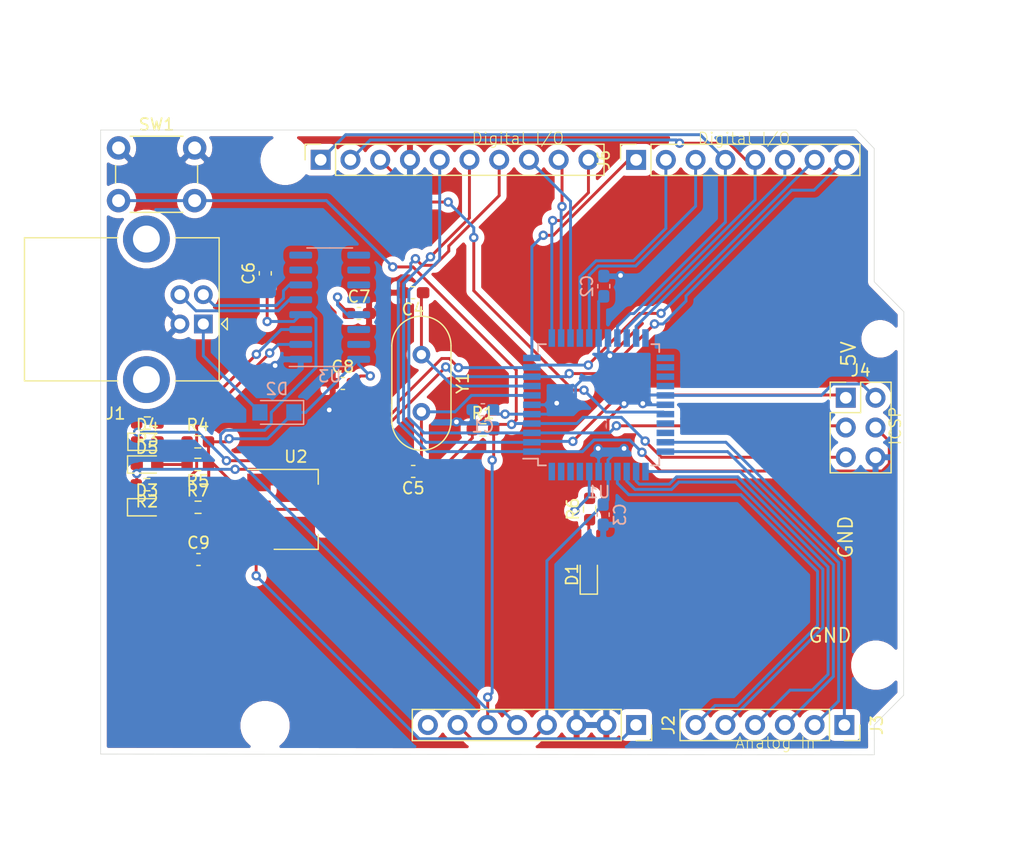
<source format=kicad_pcb>
(kicad_pcb (version 20171130) (host pcbnew "(5.1.9-0-10_14)")
  (layers (0 F.Cu signal) (31 B.Cu signal) (34 B.Paste user) (35 F.Paste user) (36 B.SilkS user) (37 F.SilkS user) (38 B.Mask user) (39 F.Mask user) (44 Edge.Cuts user))
  (net 0 "")
  (net 1 VCC)
  (net 2 GND)
  (net 3 "Net-(C4-Pad1)")
  (net 4 "Net-(C5-Pad1)")
  (net 5 +3V3)
  (net 6 "Net-(C7-Pad1)")
  (net 7 "Net-(D1-Pad2)")
  (net 8 "Net-(D2-Pad2)")
  (net 9 "Net-(D3-Pad2)")
  (net 10 "Net-(D4-Pad2)")
  (net 11 /SERIAL_TX)
  (net 12 "Net-(D5-Pad2)")
  (net 13 /SERIAL_RX)
  (net 14 "Net-(J1-Pad5)")
  (net 15 /D+)
  (net 16 /D-)
  (net 17 "Net-(J2-Pad8)")
  (net 18 /nRESET)
  (net 19 /VIN)
  (net 20 /A0)
  (net 21 /A1)
  (net 22 /A2)
  (net 23 /A3)
  (net 24 /A4)
  (net 25 /A5)
  (net 26 /5)
  (net 27 /7)
  (net 28 /6)
  (net 29 /11)
  (net 30 /12)
  (net 31 /13)
  (net 32 /AREF)
  (net 33 /17)
  (net 34 /16)
  (net 35 /18)
  (net 36 /15)
  (net 37 /14)
  (net 38 /10)
  (net 39 "Net-(R2-Pad1)")
  (net 40 "Net-(R3-Pad1)")
  (net 41 /0)
  (net 42 /4)
  (net 43 /3)
  (net 44 /2)
  (net 45 /1)
  (net 46 /A6)
  (net 47 /A7)
  (net 48 /23)
  (net 49 /22)
  (net 50 /21)
  (net 51 /20)
  (net 52 /19)
  (net 53 "Net-(U3-Pad15)")
  (net 54 "Net-(U3-Pad14)")
  (net 55 "Net-(U3-Pad12)")
  (net 56 "Net-(U3-Pad11)")
  (net 57 "Net-(U3-Pad10)")
  (net 58 "Net-(U3-Pad9)")
  (net 59 "Net-(U3-Pad8)")
  (net 60 "Net-(U3-Pad7)")
  (module "" (layer F.Cu) (at 222.0892 92.8593)
    (fp_text reference @HOLE0 hide)
    (fp_text value "" (at 0 0) (layer F.SilkS) (effects (font (size 1.27 1.27))))
    (pad "" np_thru_hole circle (at 0 0) (size 3.2 3.2) (drill 3.2) (layers *.Cu *.Mask))
  )
  (module "" (layer F.Cu) (at 222.4592 64.9993)
    (fp_text reference @HOLE1 hide)
    (fp_text value "" (at 0 0) (layer F.SilkS) (effects (font (size 1.27 1.27))))
    (pad "" np_thru_hole circle (at 0 0) (size 2.2 2.2) (drill 2.2) (layers *.Cu *.Mask))
  )
  (module "" (layer F.Cu) (at 171.6592 49.7593)
    (fp_text reference @HOLE0 hide)
    (fp_text value "" (at 0 0) (layer F.SilkS) (effects (font (size 1.27 1.27))))
    (pad "" np_thru_hole circle (at 0 0) (size 3.2 3.2) (drill 3.2) (layers *.Cu *.Mask))
  )
  (module "" (layer F.Cu) (at 169.9392 98.0193)
    (fp_text reference @HOLE0 hide)
    (fp_text value "" (at 0 0) (layer F.SilkS) (effects (font (size 1.27 1.27))))
    (pad "" np_thru_hole circle (at 0 0) (size 3.2 3.2) (drill 3.2) (layers *.Cu *.Mask))
  )
  (module Crystal:Crystal_HC49-4H_Vertical (layer F.Cu) (at 183.29 66.35 270)
    (fp_text reference Y1 (at 2.44 -3.525 90) (layer F.SilkS))
    (fp_text value 16MHz)
    (pad 2 thru_hole circle (at 4.88 0 270) (size 1.5 1.5) (drill 0.8) (layers *.Cu *.Mask) (net 4 "Net-(C5-Pad1)"))
    (pad 1 thru_hole circle (at 0 0 270) (size 1.5 1.5) (drill 0.8) (layers *.Cu *.Mask) (net 3 "Net-(C4-Pad1)"))
  )
  (module Package_SO:SOIC-16_3.9x9.9mm_P1.27mm (layer B.Cu) (at 175.46 62.3)
    (fp_text reference U3 (at 0 5.9) (layer B.SilkS) (effects (justify mirror)))
    (fp_text value CH340C)
    (pad 16 smd roundrect (at 2.475 4.445) (size 1.95 0.6) (layers B.Cu B.Paste B.Mask) (net 1 VCC))
    (pad 15 smd roundrect (at 2.475 3.175) (size 1.95 0.6) (layers B.Cu B.Paste B.Mask) (net 53 "Net-(U3-Pad15)"))
    (pad 14 smd roundrect (at 2.475 1.905) (size 1.95 0.6) (layers B.Cu B.Paste B.Mask) (net 54 "Net-(U3-Pad14)"))
    (pad 13 smd roundrect (at 2.475 0.635) (size 1.95 0.6) (layers B.Cu B.Paste B.Mask) (net 6 "Net-(C7-Pad1)"))
    (pad 12 smd roundrect (at 2.475 -0.635) (size 1.95 0.6) (layers B.Cu B.Paste B.Mask) (net 55 "Net-(U3-Pad12)"))
    (pad 11 smd roundrect (at 2.475 -1.905) (size 1.95 0.6) (layers B.Cu B.Paste B.Mask) (net 56 "Net-(U3-Pad11)"))
    (pad 10 smd roundrect (at 2.475 -3.175) (size 1.95 0.6) (layers B.Cu B.Paste B.Mask) (net 57 "Net-(U3-Pad10)"))
    (pad 9 smd roundrect (at 2.475 -4.445) (size 1.95 0.6) (layers B.Cu B.Paste B.Mask) (net 58 "Net-(U3-Pad9)"))
    (pad 8 smd roundrect (at -2.475 -4.445) (size 1.95 0.6) (layers B.Cu B.Paste B.Mask) (net 59 "Net-(U3-Pad8)"))
    (pad 7 smd roundrect (at -2.475 -3.175) (size 1.95 0.6) (layers B.Cu B.Paste B.Mask) (net 60 "Net-(U3-Pad7)"))
    (pad 6 smd roundrect (at -2.475 -1.905) (size 1.95 0.6) (layers B.Cu B.Paste B.Mask) (net 16 /D-))
    (pad 5 smd roundrect (at -2.475 -0.635) (size 1.95 0.6) (layers B.Cu B.Paste B.Mask) (net 15 /D+))
    (pad 4 smd roundrect (at -2.475 0.635) (size 1.95 0.6) (layers B.Cu B.Paste B.Mask) (net 5 +3V3))
    (pad 3 smd roundrect (at -2.475 1.905) (size 1.95 0.6) (layers B.Cu B.Paste B.Mask) (net 40 "Net-(R3-Pad1)"))
    (pad 2 smd roundrect (at -2.475 3.175) (size 1.95 0.6) (layers B.Cu B.Paste B.Mask) (net 39 "Net-(R2-Pad1)"))
    (pad 1 smd roundrect (at -2.475 4.445) (size 1.95 0.6) (layers B.Cu B.Paste B.Mask) (net 2 GND))
  )
  (module Package_TO_SOT_SMD:SOT-223-3_TabPin2 (layer F.Cu) (at 172.57 79.56)
    (fp_text reference U2 (at 0 -4.5) (layer F.SilkS))
    (fp_text value AMS1117)
    (pad 1 smd rect (at -3.15 -2.3) (size 2 1.5) (layers F.Cu F.Paste F.Mask) (net 2 GND))
    (pad 3 smd rect (at -3.15 2.3) (size 2 1.5) (layers F.Cu F.Paste F.Mask) (net 19 /VIN))
    (pad 2 smd rect (at -3.15 0) (size 2 1.5) (layers F.Cu F.Paste F.Mask) (net 1 VCC))
    (pad 2 smd rect (at 3.15 0) (size 2 3.8) (layers F.Cu F.Paste F.Mask) (net 1 VCC))
  )
  (module Package_QFP:TQFP-44_10x10mm_P0.8mm (layer B.Cu) (at 198.42 70.63)
    (fp_text reference U1 (at 0 7.45) (layer B.SilkS) (effects (justify mirror)))
    (fp_text value ATmega1284P-AU)
    (pad 44 smd rect (at -4 5.7 270) (size 1.5 0.55) (layers B.Cu B.Paste B.Mask) (net 42 /4))
    (pad 43 smd rect (at -3.2 5.7 270) (size 1.5 0.55) (layers B.Cu B.Paste B.Mask) (net 43 /3))
    (pad 42 smd rect (at -2.4 5.7 270) (size 1.5 0.55) (layers B.Cu B.Paste B.Mask) (net 44 /2))
    (pad 41 smd rect (at -1.6 5.7 270) (size 1.5 0.55) (layers B.Cu B.Paste B.Mask) (net 45 /1))
    (pad 40 smd rect (at -0.8 5.7 270) (size 1.5 0.55) (layers B.Cu B.Paste B.Mask) (net 41 /0))
    (pad 39 smd rect (at 0 5.7 270) (size 1.5 0.55) (layers B.Cu B.Paste B.Mask) (net 2 GND))
    (pad 38 smd rect (at 0.8 5.7 270) (size 1.5 0.55) (layers B.Cu B.Paste B.Mask) (net 1 VCC))
    (pad 37 smd rect (at 1.6 5.7 270) (size 1.5 0.55) (layers B.Cu B.Paste B.Mask) (net 20 /A0))
    (pad 36 smd rect (at 2.4 5.7 270) (size 1.5 0.55) (layers B.Cu B.Paste B.Mask) (net 21 /A1))
    (pad 35 smd rect (at 3.2 5.7 270) (size 1.5 0.55) (layers B.Cu B.Paste B.Mask) (net 22 /A2))
    (pad 34 smd rect (at 4 5.7 270) (size 1.5 0.55) (layers B.Cu B.Paste B.Mask) (net 23 /A3))
    (pad 33 smd rect (at 5.7 4) (size 1.5 0.55) (layers B.Cu B.Paste B.Mask) (net 24 /A4))
    (pad 32 smd rect (at 5.7 3.2) (size 1.5 0.55) (layers B.Cu B.Paste B.Mask) (net 25 /A5))
    (pad 31 smd rect (at 5.7 2.4) (size 1.5 0.55) (layers B.Cu B.Paste B.Mask) (net 46 /A6))
    (pad 30 smd rect (at 5.7 1.6) (size 1.5 0.55) (layers B.Cu B.Paste B.Mask) (net 47 /A7))
    (pad 29 smd rect (at 5.7 0.8) (size 1.5 0.55) (layers B.Cu B.Paste B.Mask) (net 32 /AREF))
    (pad 28 smd rect (at 5.7 0) (size 1.5 0.55) (layers B.Cu B.Paste B.Mask) (net 2 GND))
    (pad 27 smd rect (at 5.7 -0.8) (size 1.5 0.55) (layers B.Cu B.Paste B.Mask) (net 1 VCC))
    (pad 26 smd rect (at 5.7 -1.6) (size 1.5 0.55) (layers B.Cu B.Paste B.Mask) (net 48 /23))
    (pad 25 smd rect (at 5.7 -2.4) (size 1.5 0.55) (layers B.Cu B.Paste B.Mask) (net 49 /22))
    (pad 24 smd rect (at 5.7 -3.2) (size 1.5 0.55) (layers B.Cu B.Paste B.Mask) (net 50 /21))
    (pad 23 smd rect (at 5.7 -4) (size 1.5 0.55) (layers B.Cu B.Paste B.Mask) (net 51 /20))
    (pad 22 smd rect (at 4 -5.7 270) (size 1.5 0.55) (layers B.Cu B.Paste B.Mask) (net 52 /19))
    (pad 21 smd rect (at 3.2 -5.7 270) (size 1.5 0.55) (layers B.Cu B.Paste B.Mask) (net 35 /18))
    (pad 20 smd rect (at 2.4 -5.7 270) (size 1.5 0.55) (layers B.Cu B.Paste B.Mask) (net 33 /17))
    (pad 19 smd rect (at 1.6 -5.7 270) (size 1.5 0.55) (layers B.Cu B.Paste B.Mask) (net 34 /16))
    (pad 18 smd rect (at 0.8 -5.7 270) (size 1.5 0.55) (layers B.Cu B.Paste B.Mask) (net 2 GND))
    (pad 17 smd rect (at 0 -5.7 270) (size 1.5 0.55) (layers B.Cu B.Paste B.Mask) (net 1 VCC))
    (pad 16 smd rect (at -0.8 -5.7 270) (size 1.5 0.55) (layers B.Cu B.Paste B.Mask) (net 36 /15))
    (pad 15 smd rect (at -1.6 -5.7 270) (size 1.5 0.55) (layers B.Cu B.Paste B.Mask) (net 37 /14))
    (pad 14 smd rect (at -2.4 -5.7 270) (size 1.5 0.55) (layers B.Cu B.Paste B.Mask) (net 31 /13))
    (pad 13 smd rect (at -3.2 -5.7 270) (size 1.5 0.55) (layers B.Cu B.Paste B.Mask) (net 30 /12))
    (pad 12 smd rect (at -4 -5.7 270) (size 1.5 0.55) (layers B.Cu B.Paste B.Mask) (net 29 /11))
    (pad 11 smd rect (at -5.7 -4) (size 1.5 0.55) (layers B.Cu B.Paste B.Mask) (net 38 /10))
    (pad 10 smd rect (at -5.7 -3.2) (size 1.5 0.55) (layers B.Cu B.Paste B.Mask) (net 11 /SERIAL_TX))
    (pad 9 smd rect (at -5.7 -2.4) (size 1.5 0.55) (layers B.Cu B.Paste B.Mask) (net 13 /SERIAL_RX))
    (pad 8 smd rect (at -5.7 -1.6) (size 1.5 0.55) (layers B.Cu B.Paste B.Mask) (net 3 "Net-(C4-Pad1)"))
    (pad 7 smd rect (at -5.7 -0.8) (size 1.5 0.55) (layers B.Cu B.Paste B.Mask) (net 4 "Net-(C5-Pad1)"))
    (pad 6 smd rect (at -5.7 0) (size 1.5 0.55) (layers B.Cu B.Paste B.Mask) (net 2 GND))
    (pad 5 smd rect (at -5.7 0.8) (size 1.5 0.55) (layers B.Cu B.Paste B.Mask) (net 1 VCC))
    (pad 4 smd rect (at -5.7 1.6) (size 1.5 0.55) (layers B.Cu B.Paste B.Mask) (net 18 /nRESET))
    (pad 3 smd rect (at -5.7 2.4) (size 1.5 0.55) (layers B.Cu B.Paste B.Mask) (net 27 /7))
    (pad 2 smd rect (at -5.7 3.2) (size 1.5 0.55) (layers B.Cu B.Paste B.Mask) (net 28 /6))
    (pad 1 smd rect (at -5.7 4) (size 1.5 0.55) (layers B.Cu B.Paste B.Mask) (net 26 /5))
  )
  (module Button_Switch_THT:SW_PUSH_6mm (layer F.Cu) (at 157.43 48.7)
    (fp_text reference SW1 (at 3.25 -2) (layer F.SilkS))
    (fp_text value "SW_Push-6x6mm THT")
    (pad 1 thru_hole circle (at 6.5 0 90) (size 2 2) (drill 1.1) (layers *.Cu *.Mask) (net 2 GND))
    (pad 2 thru_hole circle (at 6.5 4.5 90) (size 2 2) (drill 1.1) (layers *.Cu *.Mask) (net 18 /nRESET))
    (pad 1 thru_hole circle (at 0 0 90) (size 2 2) (drill 1.1) (layers *.Cu *.Mask) (net 2 GND))
    (pad 2 thru_hole circle (at 0 4.5 90) (size 2 2) (drill 1.1) (layers *.Cu *.Mask) (net 18 /nRESET))
  )
  (module Resistor_SMD:R_0603_1608Metric_Pad0.98x0.95mm_HandSolder (layer F.Cu) (at 164.22 79.38)
    (fp_text reference R7 (at 0 -1.43) (layer F.SilkS))
    (fp_text value 1K)
    (pad 2 smd roundrect (at 0.9125 0) (size 0.975 0.95) (layers F.Cu F.Paste F.Mask) (net 1 VCC))
    (pad 1 smd roundrect (at -0.9125 0) (size 0.975 0.95) (layers F.Cu F.Paste F.Mask) (net 9 "Net-(D3-Pad2)"))
  )
  (module Resistor_SMD:R_0603_1608Metric_Pad0.98x0.95mm_HandSolder (layer F.Cu) (at 197.65 79.53 90)
    (fp_text reference R6 (at 0 -1.43 90) (layer F.SilkS))
    (fp_text value 1K)
    (pad 2 smd roundrect (at 0.9125 0 90) (size 0.975 0.95) (layers F.Cu F.Paste F.Mask) (net 41 /0))
    (pad 1 smd roundrect (at -0.9125 0 90) (size 0.975 0.95) (layers F.Cu F.Paste F.Mask) (net 7 "Net-(D1-Pad2)"))
  )
  (module Resistor_SMD:R_0603_1608Metric_Pad0.98x0.95mm_HandSolder (layer F.Cu) (at 164.2 75.72 180)
    (fp_text reference R5 (at 0 -1.43) (layer F.SilkS))
    (fp_text value 1K)
    (pad 2 smd roundrect (at 0.9125 0 180) (size 0.975 0.95) (layers F.Cu F.Paste F.Mask) (net 12 "Net-(D5-Pad2)"))
    (pad 1 smd roundrect (at -0.9125 0 180) (size 0.975 0.95) (layers F.Cu F.Paste F.Mask) (net 1 VCC))
  )
  (module Resistor_SMD:R_0603_1608Metric_Pad0.98x0.95mm_HandSolder (layer F.Cu) (at 164.1975 73.79)
    (fp_text reference R4 (at 0 -1.43) (layer F.SilkS))
    (fp_text value 1K)
    (pad 2 smd roundrect (at 0.9125 0) (size 0.975 0.95) (layers F.Cu F.Paste F.Mask) (net 1 VCC))
    (pad 1 smd roundrect (at -0.9125 0) (size 0.975 0.95) (layers F.Cu F.Paste F.Mask) (net 10 "Net-(D4-Pad2)"))
  )
  (module Resistor_SMD:R_0603_1608Metric_Pad0.98x0.95mm_HandSolder (layer F.Cu) (at 159.8875 72.19 180)
    (fp_text reference R3 (at 0 -1.43) (layer F.SilkS))
    (fp_text value 1K)
    (pad 2 smd roundrect (at 0.9125 0 180) (size 0.975 0.95) (layers F.Cu F.Paste F.Mask) (net 11 /SERIAL_TX))
    (pad 1 smd roundrect (at -0.9125 0 180) (size 0.975 0.95) (layers F.Cu F.Paste F.Mask) (net 40 "Net-(R3-Pad1)"))
  )
  (module Resistor_SMD:R_0603_1608Metric_Pad0.98x0.95mm_HandSolder (layer F.Cu) (at 159.8575 77.45 180)
    (fp_text reference R2 (at 0 -1.43) (layer F.SilkS))
    (fp_text value 1K)
    (pad 2 smd roundrect (at 0.9125 0 180) (size 0.975 0.95) (layers F.Cu F.Paste F.Mask) (net 13 /SERIAL_RX))
    (pad 1 smd roundrect (at -0.9125 0 180) (size 0.975 0.95) (layers F.Cu F.Paste F.Mask) (net 39 "Net-(R2-Pad1)"))
  )
  (module Resistor_SMD:R_0603_1608Metric_Pad0.98x0.95mm_HandSolder (layer F.Cu) (at 188.5475 72.77)
    (fp_text reference R1 (at 0 -1.43) (layer F.SilkS))
    (fp_text value 10K)
    (pad 2 smd roundrect (at 0.9125 0) (size 0.975 0.95) (layers F.Cu F.Paste F.Mask) (net 18 /nRESET))
    (pad 1 smd roundrect (at -0.9125 0) (size 0.975 0.95) (layers F.Cu F.Paste F.Mask) (net 1 VCC))
  )
  (module Connector_PinSocket_2.54mm:PinSocket_1x08_P2.54mm_Vertical (layer F.Cu) (at 201.62 49.72 90)
    (fp_text reference J6 (at 0 -2.77 90) (layer F.SilkS))
    (fp_text value Conn_01x08)
    (pad 8 thru_hole oval (at 0 17.78 90) (size 1.7 1.7) (drill 1) (layers *.Cu *.Mask) (net 13 /SERIAL_RX))
    (pad 7 thru_hole oval (at 0 15.24 90) (size 1.7 1.7) (drill 1) (layers *.Cu *.Mask) (net 11 /SERIAL_TX))
    (pad 6 thru_hole oval (at 0 12.7 90) (size 1.7 1.7) (drill 1) (layers *.Cu *.Mask) (net 35 /18))
    (pad 5 thru_hole oval (at 0 10.16 90) (size 1.7 1.7) (drill 1) (layers *.Cu *.Mask) (net 33 /17))
    (pad 4 thru_hole oval (at 0 7.62 90) (size 1.7 1.7) (drill 1) (layers *.Cu *.Mask) (net 34 /16))
    (pad 3 thru_hole oval (at 0 5.08 90) (size 1.7 1.7) (drill 1) (layers *.Cu *.Mask) (net 36 /15))
    (pad 2 thru_hole oval (at 0 2.54 90) (size 1.7 1.7) (drill 1) (layers *.Cu *.Mask) (net 37 /14))
    (pad 1 thru_hole rect (at 0 0 90) (size 1.7 1.7) (drill 1) (layers *.Cu *.Mask) (net 38 /10))
  )
  (module Connector_PinSocket_2.54mm:PinSocket_1x10_P2.54mm_Vertical (layer F.Cu) (at 174.69 49.71 90)
    (fp_text reference J5 (at 0 -2.77 90) (layer F.SilkS))
    (fp_text value Conn_01x10)
    (pad 10 thru_hole oval (at 0 22.86 90) (size 1.7 1.7) (drill 1) (layers *.Cu *.Mask) (net 29 /11))
    (pad 9 thru_hole oval (at 0 20.32 90) (size 1.7 1.7) (drill 1) (layers *.Cu *.Mask) (net 30 /12))
    (pad 8 thru_hole oval (at 0 17.78 90) (size 1.7 1.7) (drill 1) (layers *.Cu *.Mask) (net 31 /13))
    (pad 7 thru_hole oval (at 0 15.24 90) (size 1.7 1.7) (drill 1) (layers *.Cu *.Mask) (net 26 /5))
    (pad 6 thru_hole oval (at 0 12.7 90) (size 1.7 1.7) (drill 1) (layers *.Cu *.Mask) (net 28 /6))
    (pad 5 thru_hole oval (at 0 10.16 90) (size 1.7 1.7) (drill 1) (layers *.Cu *.Mask) (net 27 /7))
    (pad 4 thru_hole oval (at 0 7.62 90) (size 1.7 1.7) (drill 1) (layers *.Cu *.Mask) (net 2 GND))
    (pad 3 thru_hole oval (at 0 5.08 90) (size 1.7 1.7) (drill 1) (layers *.Cu *.Mask) (net 32 /AREF))
    (pad 2 thru_hole oval (at 0 2.54 90) (size 1.7 1.7) (drill 1) (layers *.Cu *.Mask) (net 33 /17))
    (pad 1 thru_hole rect (at 0 0 90) (size 1.7 1.7) (drill 1) (layers *.Cu *.Mask) (net 34 /16))
  )
  (module Connector_PinHeader_2.54mm:PinHeader_2x03_P2.54mm_Vertical (layer F.Cu) (at 219.52 70.03)
    (fp_text reference J4 (at 1.27 -2.33) (layer F.SilkS))
    (fp_text value Conn_02x03_Odd_Even)
    (pad 6 thru_hole oval (at 2.54 5.08) (size 1.7 1.7) (drill 1) (layers *.Cu *.Mask) (net 2 GND))
    (pad 5 thru_hole oval (at 0 5.08) (size 1.7 1.7) (drill 1) (layers *.Cu *.Mask) (net 18 /nRESET))
    (pad 4 thru_hole oval (at 2.54 2.54) (size 1.7 1.7) (drill 1) (layers *.Cu *.Mask) (net 26 /5))
    (pad 3 thru_hole oval (at 0 2.54) (size 1.7 1.7) (drill 1) (layers *.Cu *.Mask) (net 27 /7))
    (pad 2 thru_hole oval (at 2.54 0) (size 1.7 1.7) (drill 1) (layers *.Cu *.Mask) (net 1 VCC))
    (pad 1 thru_hole rect (at 0 0) (size 1.7 1.7) (drill 1) (layers *.Cu *.Mask) (net 28 /6))
  )
  (module Connector_PinSocket_2.54mm:PinSocket_1x06_P2.54mm_Vertical (layer F.Cu) (at 219.4 97.97 270)
    (fp_text reference J3 (at 0 -2.77 90) (layer F.SilkS))
    (fp_text value Conn_01x06)
    (pad 6 thru_hole oval (at 0 12.7 270) (size 1.7 1.7) (drill 1) (layers *.Cu *.Mask) (net 20 /A0))
    (pad 5 thru_hole oval (at 0 10.16 270) (size 1.7 1.7) (drill 1) (layers *.Cu *.Mask) (net 21 /A1))
    (pad 4 thru_hole oval (at 0 7.62 270) (size 1.7 1.7) (drill 1) (layers *.Cu *.Mask) (net 22 /A2))
    (pad 3 thru_hole oval (at 0 5.08 270) (size 1.7 1.7) (drill 1) (layers *.Cu *.Mask) (net 23 /A3))
    (pad 2 thru_hole oval (at 0 2.54 270) (size 1.7 1.7) (drill 1) (layers *.Cu *.Mask) (net 24 /A4))
    (pad 1 thru_hole rect (at 0 0 270) (size 1.7 1.7) (drill 1) (layers *.Cu *.Mask) (net 25 /A5))
  )
  (module Connector_PinSocket_2.54mm:PinSocket_1x08_P2.54mm_Vertical (layer F.Cu) (at 201.62 97.97 270)
    (fp_text reference J2 (at 0 -2.77 90) (layer F.SilkS))
    (fp_text value Conn_01x08)
    (pad 8 thru_hole oval (at 0 17.78 270) (size 1.7 1.7) (drill 1) (layers *.Cu *.Mask) (net 17 "Net-(J2-Pad8)"))
    (pad 7 thru_hole oval (at 0 15.24 270) (size 1.7 1.7) (drill 1) (layers *.Cu *.Mask) (net 1 VCC))
    (pad 6 thru_hole oval (at 0 12.7 270) (size 1.7 1.7) (drill 1) (layers *.Cu *.Mask) (net 18 /nRESET))
    (pad 5 thru_hole oval (at 0 10.16 270) (size 1.7 1.7) (drill 1) (layers *.Cu *.Mask) (net 5 +3V3))
    (pad 4 thru_hole oval (at 0 7.62 270) (size 1.7 1.7) (drill 1) (layers *.Cu *.Mask) (net 1 VCC))
    (pad 3 thru_hole oval (at 0 5.08 270) (size 1.7 1.7) (drill 1) (layers *.Cu *.Mask) (net 2 GND))
    (pad 2 thru_hole oval (at 0 2.54 270) (size 1.7 1.7) (drill 1) (layers *.Cu *.Mask) (net 2 GND))
    (pad 1 thru_hole rect (at 0 0 270) (size 1.7 1.7) (drill 1) (layers *.Cu *.Mask) (net 19 /VIN))
  )
  (module Connector_USB:USB_B_Lumberg_2411_02_Horizontal (layer F.Cu) (at 164.67 63.73 180)
    (fp_text reference J1 (at 7.5 -7.65) (layer F.SilkS))
    (fp_text value USB_B)
    (pad 5 thru_hole circle (at 4.86 -4.75 270) (size 4 4) (drill 2.3) (layers *.Cu *.Mask) (net 14 "Net-(J1-Pad5)"))
    (pad 5 thru_hole circle (at 4.86 7.25 270) (size 4 4) (drill 2.3) (layers *.Cu *.Mask) (net 14 "Net-(J1-Pad5)"))
    (pad 4 thru_hole circle (at 2 0 270) (size 1.6 1.6) (drill 0.95) (layers *.Cu *.Mask) (net 2 GND))
    (pad 3 thru_hole circle (at 2 2.5 270) (size 1.6 1.6) (drill 0.95) (layers *.Cu *.Mask) (net 15 /D+))
    (pad 2 thru_hole circle (at 0 2.5 270) (size 1.6 1.6) (drill 0.95) (layers *.Cu *.Mask) (net 16 /D-))
    (pad 1 thru_hole rect (at 0 0 270) (size 1.6 1.6) (drill 0.95) (layers *.Cu *.Mask) (net 8 "Net-(D2-Pad2)"))
  )
  (module LED_SMD:LED_0603_1608Metric_Pad1.05x0.95mm_HandSolder (layer F.Cu) (at 159.86 75.73)
    (fp_text reference D5 (at 0 -1.43) (layer F.SilkS))
    (fp_text value LED)
    (pad 2 smd roundrect (at 0.875 0) (size 1.05 0.95) (layers F.Cu F.Paste F.Mask) (net 12 "Net-(D5-Pad2)"))
    (pad 1 smd roundrect (at -0.875 0) (size 1.05 0.95) (layers F.Cu F.Paste F.Mask) (net 13 /SERIAL_RX))
  )
  (module LED_SMD:LED_0603_1608Metric_Pad1.05x0.95mm_HandSolder (layer F.Cu) (at 159.89 73.79)
    (fp_text reference D4 (at 0 -1.43) (layer F.SilkS))
    (fp_text value LED)
    (pad 2 smd roundrect (at 0.875 0) (size 1.05 0.95) (layers F.Cu F.Paste F.Mask) (net 10 "Net-(D4-Pad2)"))
    (pad 1 smd roundrect (at -0.875 0) (size 1.05 0.95) (layers F.Cu F.Paste F.Mask) (net 11 /SERIAL_TX))
  )
  (module LED_SMD:LED_0603_1608Metric_Pad1.05x0.95mm_HandSolder (layer F.Cu) (at 159.855 79.38)
    (fp_text reference D3 (at 0 -1.43) (layer F.SilkS))
    (fp_text value LED)
    (pad 2 smd roundrect (at 0.875 0) (size 1.05 0.95) (layers F.Cu F.Paste F.Mask) (net 9 "Net-(D3-Pad2)"))
    (pad 1 smd roundrect (at -0.875 0) (size 1.05 0.95) (layers F.Cu F.Paste F.Mask) (net 2 GND))
  )
  (module Diode_SMD:D_SMF (layer B.Cu) (at 170.95 71.28 180)
    (fp_text reference D2 (at 0 2) (layer B.SilkS) (effects (justify mirror)))
    (fp_text value D_Small)
    (pad 2 smd rect (at 1.45 0 180) (size 1.3 1.4) (layers B.Cu B.Paste B.Mask) (net 8 "Net-(D2-Pad2)"))
    (pad 1 smd rect (at -1.45 0 180) (size 1.3 1.4) (layers B.Cu B.Paste B.Mask) (net 1 VCC))
  )
  (module LED_SMD:LED_0603_1608Metric_Pad1.05x0.95mm_HandSolder (layer F.Cu) (at 197.58 85.135 90)
    (fp_text reference D1 (at 0 -1.43 90) (layer F.SilkS))
    (fp_text value LED)
    (pad 2 smd roundrect (at 0.875 0 90) (size 1.05 0.95) (layers F.Cu F.Paste F.Mask) (net 7 "Net-(D1-Pad2)"))
    (pad 1 smd roundrect (at -0.875 0 90) (size 1.05 0.95) (layers F.Cu F.Paste F.Mask) (net 2 GND))
  )
  (module Capacitor_SMD:C_0603_1608Metric_Pad1.08x0.95mm_HandSolder (layer F.Cu) (at 164.2575 83.84)
    (fp_text reference C9 (at 0 -1.43) (layer F.SilkS))
    (fp_text value 100nF)
    (pad 2 smd roundrect (at 0.8625 0) (size 1.075 0.95) (layers F.Cu F.Paste F.Mask) (net 1 VCC))
    (pad 1 smd roundrect (at -0.8625 0) (size 1.075 0.95) (layers F.Cu F.Paste F.Mask) (net 2 GND))
  )
  (module Capacitor_SMD:C_0603_1608Metric_Pad1.08x0.95mm_HandSolder (layer F.Cu) (at 176.58 68.81)
    (fp_text reference C8 (at 0 -1.43) (layer F.SilkS))
    (fp_text value 4.7uF)
    (pad 2 smd roundrect (at 0.8625 0) (size 1.075 0.95) (layers F.Cu F.Paste F.Mask) (net 1 VCC))
    (pad 1 smd roundrect (at -0.8625 0) (size 1.075 0.95) (layers F.Cu F.Paste F.Mask) (net 2 GND))
  )
  (module Capacitor_SMD:C_0603_1608Metric_Pad1.08x0.95mm_HandSolder (layer F.Cu) (at 177.9575 62.83)
    (fp_text reference C7 (at 0 -1.43) (layer F.SilkS))
    (fp_text value 100nF)
    (pad 2 smd roundrect (at 0.8625 0) (size 1.075 0.95) (layers F.Cu F.Paste F.Mask) (net 2 GND))
    (pad 1 smd roundrect (at -0.8625 0) (size 1.075 0.95) (layers F.Cu F.Paste F.Mask) (net 6 "Net-(C7-Pad1)"))
  )
  (module Capacitor_SMD:C_0603_1608Metric_Pad1.08x0.95mm_HandSolder (layer F.Cu) (at 169.96 59.4075 90)
    (fp_text reference C6 (at 0 -1.43 90) (layer F.SilkS))
    (fp_text value 100nF)
    (pad 2 smd roundrect (at 0.8625 0 90) (size 1.075 0.95) (layers F.Cu F.Paste F.Mask) (net 2 GND))
    (pad 1 smd roundrect (at -0.8625 0 90) (size 1.075 0.95) (layers F.Cu F.Paste F.Mask) (net 5 +3V3))
  )
  (module Capacitor_SMD:C_0603_1608Metric_Pad1.08x0.95mm_HandSolder (layer F.Cu) (at 182.59 76.32 180)
    (fp_text reference C5 (at 0 -1.43) (layer F.SilkS))
    (fp_text value 22pF)
    (pad 2 smd roundrect (at 0.8625 0 180) (size 1.075 0.95) (layers F.Cu F.Paste F.Mask) (net 2 GND))
    (pad 1 smd roundrect (at -0.8625 0 180) (size 1.075 0.95) (layers F.Cu F.Paste F.Mask) (net 4 "Net-(C5-Pad1)"))
  )
  (module Capacitor_SMD:C_0603_1608Metric_Pad1.08x0.95mm_HandSolder (layer F.Cu) (at 182.5725 61.06 180)
    (fp_text reference C4 (at 0 -1.43) (layer F.SilkS))
    (fp_text value 22pF)
    (pad 2 smd roundrect (at 0.8625 0 180) (size 1.075 0.95) (layers F.Cu F.Paste F.Mask) (net 2 GND))
    (pad 1 smd roundrect (at -0.8625 0 180) (size 1.075 0.95) (layers F.Cu F.Paste F.Mask) (net 3 "Net-(C4-Pad1)"))
  )
  (module Capacitor_SMD:C_0603_1608Metric_Pad1.08x0.95mm_HandSolder (layer B.Cu) (at 198.81 80.01 90)
    (fp_text reference C3 (at 0 1.43 270) (layer B.SilkS) (effects (justify mirror)))
    (fp_text value 100nF)
    (pad 2 smd roundrect (at 0.8625 0 90) (size 1.075 0.95) (layers B.Cu B.Paste B.Mask) (net 1 VCC))
    (pad 1 smd roundrect (at -0.8625 0 90) (size 1.075 0.95) (layers B.Cu B.Paste B.Mask) (net 2 GND))
  )
  (module Capacitor_SMD:C_0603_1608Metric_Pad1.08x0.95mm_HandSolder (layer B.Cu) (at 198.86 60.5075 270)
    (fp_text reference C2 (at 0 1.43 90) (layer B.SilkS) (effects (justify mirror)))
    (fp_text value 100nF)
    (pad 2 smd roundrect (at 0.8625 0 270) (size 1.075 0.95) (layers B.Cu B.Paste B.Mask) (net 1 VCC))
    (pad 1 smd roundrect (at -0.8625 0 270) (size 1.075 0.95) (layers B.Cu B.Paste B.Mask) (net 2 GND))
  )
  (module Capacitor_SMD:C_0603_1608Metric_Pad1.08x0.95mm_HandSolder (layer B.Cu) (at 188.5375 71.05)
    (fp_text reference C1 (at 0 1.43) (layer B.SilkS) (effects (justify mirror)))
    (fp_text value 100nF)
    (pad 2 smd roundrect (at 0.8625 0) (size 1.075 0.95) (layers B.Cu B.Paste B.Mask) (net 1 VCC))
    (pad 1 smd roundrect (at -0.8625 0) (size 1.075 0.95) (layers B.Cu B.Paste B.Mask) (net 2 GND))
  )
  (gr_line (start 155.9 100.45) (end 155.9 47.17) (layer Edge.Cuts) (width 0.05))
  (gr_line (start 221.96 100.51) (end 155.9 100.45) (layer Edge.Cuts) (width 0.05))
  (gr_line (start 221.95 97.96) (end 221.96 100.51) (layer Edge.Cuts) (width 0.05))
  (gr_line (start 224.46 95.43) (end 221.95 97.96) (layer Edge.Cuts) (width 0.05))
  (gr_line (start 224.48 62.69) (end 224.46 95.43) (layer Edge.Cuts) (width 0.05))
  (gr_line (start 221.95 60.13) (end 224.48 62.69) (layer Edge.Cuts) (width 0.05))
  (gr_line (start 221.95 48.75) (end 221.95 60.13) (layer Edge.Cuts) (width 0.05))
  (gr_line (start 220.42 47.17) (end 221.95 48.75) (layer Edge.Cuts) (width 0.05))
  (gr_line (start 155.9 47.17) (end 220.42 47.17) (layer Edge.Cuts) (width 0.05))
  (gr_text GND (at 216.2362 91.0343) (layer F.SilkS) (effects (font (size 1.2065 1.2065) (thickness 0.1524)) (justify left bottom)))
  (gr_text "Analog In" (at 210.0132 100.0513) (layer F.SilkS) (effects (font (size 0.9652 0.9652) (thickness 0.08128)) (justify left bottom)))
  (gr_text ICSP (at 224.307 74.1662 90) (layer F.SilkS) (effects (font (size 0.9652 0.9652) (thickness 0.12192)) (justify left bottom)))
  (gr_text "Digital I/O" (at 206.8281 48.4436) (layer F.SilkS) (effects (font (size 0.9652 0.9652) (thickness 0.08128)) (justify left bottom)))
  (gr_text GND (at 220.2088 83.8665 90) (layer F.SilkS) (effects (font (size 1.2065 1.2065) (thickness 0.1524)) (justify left bottom)))
  (gr_text "Digital I/O" (at 187.5241 48.4436) (layer F.SilkS) (effects (font (size 0.9652 0.9652) (thickness 0.08128)) (justify left bottom)))
  (gr_text 5V (at 220.4628 67.4835 90) (layer F.SilkS) (effects (font (size 1.2065 1.2065) (thickness 0.1524)) (justify left bottom)))
  (segment (start 189.4 71.05) (end 189.78 71.43) (width 0.25) (layer B.Cu) (net 1))
  (segment (start 198.42 61.81) (end 198.42 64.93) (width 0.25) (layer B.Cu) (net 1))
  (segment (start 198.86 61.37) (end 198.42 61.81) (width 0.25) (layer B.Cu) (net 1))
  (segment (start 199.22 78.7375) (end 199.22 76.33) (width 0.25) (layer B.Cu) (net 1))
  (segment (start 198.81 79.1475) (end 199.22 78.7375) (width 0.25) (layer B.Cu) (net 1))
  (segment (start 173.4 71.28) (end 177.935 66.745) (width 0.25) (layer B.Cu) (net 1))
  (segment (start 172.4 71.28) (end 173.4 71.28) (width 0.25) (layer B.Cu) (net 1))
  (segment (start 165.11 75.7175) (end 165.1125 75.72) (width 0.25) (layer F.Cu) (net 1))
  (segment (start 165.11 73.79) (end 165.11 75.7175) (width 0.25) (layer F.Cu) (net 1))
  (segment (start 165.58 75.72) (end 169.42 79.56) (width 0.25) (layer F.Cu) (net 1))
  (segment (start 165.1125 75.72) (end 165.58 75.72) (width 0.25) (layer F.Cu) (net 1))
  (via (at 166.87 73.53) (size 0.8) (drill 0.4) (layers F.Cu B.Cu) (net 1))
  (segment (start 166.61 73.79) (end 166.87 73.53) (width 0.25) (layer F.Cu) (net 1))
  (segment (start 165.11 73.79) (end 166.61 73.79) (width 0.25) (layer F.Cu) (net 1))
  (segment (start 170.15 73.53) (end 172.4 71.28) (width 0.25) (layer B.Cu) (net 1))
  (segment (start 166.87 73.53) (end 170.15 73.53) (width 0.25) (layer B.Cu) (net 1))
  (segment (start 169.42 79.56) (end 175.72 79.56) (width 0.25) (layer F.Cu) (net 1))
  (segment (start 187.555001 99.145001) (end 186.38 97.97) (width 0.25) (layer F.Cu) (net 1))
  (segment (start 192.824999 99.145001) (end 187.555001 99.145001) (width 0.25) (layer F.Cu) (net 1))
  (segment (start 194 97.97) (end 192.824999 99.145001) (width 0.25) (layer F.Cu) (net 1))
  (segment (start 194 83.9575) (end 194 97.97) (width 0.25) (layer B.Cu) (net 1))
  (segment (start 198.81 79.1475) (end 194 83.9575) (width 0.25) (layer B.Cu) (net 1))
  (via (at 190.43 71.43) (size 0.8) (drill 0.4) (layers F.Cu B.Cu) (net 1))
  (segment (start 187.635 72.77) (end 188.975 71.43) (width 0.25) (layer F.Cu) (net 1))
  (segment (start 188.975 71.43) (end 190.43 71.43) (width 0.25) (layer F.Cu) (net 1))
  (segment (start 190.43 71.43) (end 192.72 71.43) (width 0.25) (layer B.Cu) (net 1))
  (segment (start 189.78 71.43) (end 190.43 71.43) (width 0.25) (layer B.Cu) (net 1))
  (segment (start 183.9855 77.12001) (end 180.39001 77.12001) (width 0.25) (layer F.Cu) (net 1))
  (segment (start 187.635 73.47051) (end 183.9855 77.12001) (width 0.25) (layer F.Cu) (net 1))
  (segment (start 187.635 72.77) (end 187.635 73.47051) (width 0.25) (layer F.Cu) (net 1))
  (segment (start 177.95002 79.56) (end 175.72 79.56) (width 0.25) (layer F.Cu) (net 1))
  (segment (start 180.39001 77.12001) (end 177.95002 79.56) (width 0.25) (layer F.Cu) (net 1))
  (segment (start 165.1325 75.74) (end 165.1125 75.72) (width 0.25) (layer F.Cu) (net 1))
  (segment (start 165.1325 79.38) (end 165.1325 75.74) (width 0.25) (layer F.Cu) (net 1))
  (via (at 178.92 68.17) (size 0.8) (drill 0.4) (layers F.Cu B.Cu) (net 1))
  (segment (start 177.935 67.185) (end 178.92 68.17) (width 0.25) (layer B.Cu) (net 1))
  (segment (start 177.935 66.745) (end 177.935 67.185) (width 0.25) (layer B.Cu) (net 1))
  (segment (start 178.0825 68.17) (end 177.4425 68.81) (width 0.25) (layer F.Cu) (net 1))
  (segment (start 178.92 68.17) (end 178.0825 68.17) (width 0.25) (layer F.Cu) (net 1))
  (segment (start 220.884999 68.854999) (end 222.06 70.03) (width 0.25) (layer B.Cu) (net 1))
  (segment (start 218.409999 68.854999) (end 220.884999 68.854999) (width 0.25) (layer B.Cu) (net 1))
  (segment (start 217.434998 69.83) (end 218.409999 68.854999) (width 0.25) (layer B.Cu) (net 1))
  (segment (start 204.12 69.83) (end 217.434998 69.83) (width 0.25) (layer B.Cu) (net 1))
  (segment (start 201.661997 69.794999) (end 204.084999 69.794999) (width 0.25) (layer B.Cu) (net 1))
  (segment (start 204.084999 69.794999) (end 204.12 69.83) (width 0.25) (layer B.Cu) (net 1))
  (segment (start 198.42 64.93) (end 198.42 66.553002) (width 0.25) (layer B.Cu) (net 1))
  (via (at 200.59 74.36) (size 0.8) (drill 0.4) (layers F.Cu B.Cu) (net 1))
  (segment (start 200.19 74.36) (end 200.59 74.36) (width 0.25) (layer B.Cu) (net 1))
  (segment (start 199.22 75.33) (end 200.19 74.36) (width 0.25) (layer B.Cu) (net 1))
  (segment (start 199.22 76.33) (end 199.22 75.33) (width 0.25) (layer B.Cu) (net 1))
  (via (at 200.59 70.52499) (size 0.8) (drill 0.4) (layers F.Cu B.Cu) (net 1))
  (segment (start 199.214999 72.984999) (end 199.214999 71.899991) (width 0.25) (layer F.Cu) (net 1))
  (segment (start 199.214999 71.899991) (end 200.59 70.52499) (width 0.25) (layer F.Cu) (net 1))
  (segment (start 200.59 74.36) (end 199.214999 72.984999) (width 0.25) (layer F.Cu) (net 1))
  (segment (start 201.018499 70.096491) (end 201.018499 69.151501) (width 0.25) (layer B.Cu) (net 1))
  (segment (start 200.59 70.52499) (end 201.018499 70.096491) (width 0.25) (layer B.Cu) (net 1))
  (segment (start 201.018499 69.151501) (end 201.661997 69.794999) (width 0.25) (layer B.Cu) (net 1))
  (segment (start 196.960497 68.516501) (end 200.383499 68.516501) (width 0.25) (layer B.Cu) (net 1))
  (segment (start 196.444999 69.031999) (end 196.960497 68.516501) (width 0.25) (layer B.Cu) (net 1))
  (segment (start 196.444999 69.958003) (end 196.444999 69.031999) (width 0.25) (layer B.Cu) (net 1))
  (segment (start 194.973002 71.43) (end 196.444999 69.958003) (width 0.25) (layer B.Cu) (net 1))
  (segment (start 192.72 71.43) (end 194.973002 71.43) (width 0.25) (layer B.Cu) (net 1))
  (segment (start 200.383499 68.516501) (end 201.018499 69.151501) (width 0.25) (layer B.Cu) (net 1))
  (segment (start 198.42 66.553002) (end 200.383499 68.516501) (width 0.25) (layer B.Cu) (net 1))
  (segment (start 196.5411 98.4816) (end 196.5411 97.9736) (width 0.254) (layer B.Cu) (net 2))
  (segment (start 222.1951 75.1136) (end 222.0681 75.1136) (width 0.4064) (layer B.Cu) (net 2))
  (via (at 200.29 59.59) (size 0.8) (drill 0.4) (layers F.Cu B.Cu) (net 2))
  (segment (start 200.235 59.645) (end 200.29 59.59) (width 0.25) (layer B.Cu) (net 2))
  (segment (start 198.86 59.645) (end 200.235 59.645) (width 0.25) (layer B.Cu) (net 2))
  (via (at 199.38 66.44) (size 0.8) (drill 0.4) (layers F.Cu B.Cu) (net 2))
  (via (at 194.84 70.49) (size 0.8) (drill 0.4) (layers F.Cu B.Cu) (net 2))
  (via (at 186.28 72.09) (size 0.8) (drill 0.4) (layers F.Cu B.Cu) (net 2))
  (segment (start 194.7 70.63) (end 194.84 70.49) (width 0.25) (layer B.Cu) (net 2))
  (segment (start 192.72 70.63) (end 194.7 70.63) (width 0.25) (layer B.Cu) (net 2))
  (segment (start 199.22 66.28) (end 199.38 66.44) (width 0.25) (layer B.Cu) (net 2))
  (segment (start 199.22 64.93) (end 199.22 66.28) (width 0.25) (layer B.Cu) (net 2))
  (via (at 202.19 70.52) (size 0.8) (drill 0.4) (layers F.Cu B.Cu) (net 2))
  (segment (start 202.3 70.63) (end 202.19 70.52) (width 0.25) (layer B.Cu) (net 2))
  (segment (start 204.12 70.63) (end 202.3 70.63) (width 0.25) (layer B.Cu) (net 2))
  (via (at 198.38 74.36) (size 0.8) (drill 0.4) (layers F.Cu B.Cu) (net 2))
  (segment (start 198.42 74.4) (end 198.38 74.36) (width 0.25) (layer B.Cu) (net 2))
  (segment (start 198.42 76.33) (end 198.42 74.4) (width 0.25) (layer B.Cu) (net 2))
  (via (at 175.42 71.07) (size 0.8) (drill 0.4) (layers F.Cu B.Cu) (net 2))
  (via (at 170.8 67.28) (size 0.8) (drill 0.4) (layers F.Cu B.Cu) (net 2))
  (segment (start 183.29 61.205) (end 183.435 61.06) (width 0.25) (layer F.Cu) (net 3))
  (segment (start 183.29 66.35) (end 183.29 61.205) (width 0.25) (layer F.Cu) (net 3))
  (segment (start 185.97 69.03) (end 192.72 69.03) (width 0.25) (layer B.Cu) (net 3))
  (segment (start 183.29 66.35) (end 185.97 69.03) (width 0.25) (layer B.Cu) (net 3))
  (segment (start 183.29 76.1575) (end 183.4525 76.32) (width 0.25) (layer F.Cu) (net 4))
  (segment (start 183.29 71.23) (end 183.29 76.1575) (width 0.25) (layer F.Cu) (net 4))
  (segment (start 186.16199 71.23) (end 183.29 71.23) (width 0.25) (layer B.Cu) (net 4))
  (segment (start 187.56199 69.83) (end 186.16199 71.23) (width 0.25) (layer B.Cu) (net 4))
  (segment (start 192.72 69.83) (end 187.56199 69.83) (width 0.25) (layer B.Cu) (net 4))
  (segment (start 190.284999 96.794999) (end 191.46 97.97) (width 0.25) (layer B.Cu) (net 5))
  (segment (start 189.061997 96.794999) (end 190.284999 96.794999) (width 0.25) (layer B.Cu) (net 5))
  (segment (start 166.144999 73.878001) (end 189.061997 96.794999) (width 0.25) (layer B.Cu) (net 5))
  (segment (start 166.144999 73.181999) (end 166.144999 73.878001) (width 0.25) (layer B.Cu) (net 5))
  (segment (start 166.521999 72.804999) (end 166.144999 73.181999) (width 0.25) (layer B.Cu) (net 5))
  (segment (start 169.910003 72.804999) (end 166.521999 72.804999) (width 0.25) (layer B.Cu) (net 5))
  (segment (start 170.475001 72.240001) (end 169.910003 72.804999) (width 0.25) (layer B.Cu) (net 5))
  (segment (start 170.475001 71.269997) (end 170.475001 72.240001) (width 0.25) (layer B.Cu) (net 5))
  (segment (start 174.28501 67.459988) (end 170.475001 71.269997) (width 0.25) (layer B.Cu) (net 5))
  (segment (start 174.28501 63.26001) (end 174.28501 67.459988) (width 0.25) (layer B.Cu) (net 5))
  (segment (start 173.96 62.935) (end 174.28501 63.26001) (width 0.25) (layer B.Cu) (net 5))
  (segment (start 172.985 62.935) (end 173.96 62.935) (width 0.25) (layer B.Cu) (net 5))
  (segment (start 172.4 63.52) (end 170.12 63.52) (width 0.25) (layer B.Cu) (net 5))
  (via (at 170.12 63.52) (size 0.8) (drill 0.4) (layers F.Cu B.Cu) (net 5))
  (segment (start 172.985 62.935) (end 172.4 63.52) (width 0.25) (layer B.Cu) (net 5))
  (segment (start 170.12 60.43) (end 169.96 60.27) (width 0.25) (layer F.Cu) (net 5))
  (segment (start 170.12 63.52) (end 170.12 60.43) (width 0.25) (layer F.Cu) (net 5))
  (segment (start 176.13 62.105) (end 176.13 61.44) (width 0.25) (layer B.Cu) (net 6))
  (via (at 176.13 61.44) (size 0.8) (drill 0.4) (layers F.Cu B.Cu) (net 6))
  (segment (start 176.96 62.935) (end 176.13 62.105) (width 0.25) (layer B.Cu) (net 6))
  (segment (start 177.935 62.935) (end 176.96 62.935) (width 0.25) (layer B.Cu) (net 6))
  (segment (start 176.13 61.865) (end 177.095 62.83) (width 0.25) (layer F.Cu) (net 6))
  (segment (start 176.13 61.44) (end 176.13 61.865) (width 0.25) (layer F.Cu) (net 6))
  (segment (start 197.58 80.5125) (end 197.65 80.4425) (width 0.25) (layer F.Cu) (net 7))
  (segment (start 197.58 84.26) (end 197.58 80.5125) (width 0.25) (layer F.Cu) (net 7))
  (segment (start 164.67 66.45) (end 169.5 71.28) (width 0.25) (layer B.Cu) (net 8))
  (segment (start 164.67 63.73) (end 164.67 66.45) (width 0.25) (layer B.Cu) (net 8))
  (segment (start 163.3075 79.38) (end 160.73 79.38) (width 0.25) (layer F.Cu) (net 9))
  (segment (start 163.285 73.79) (end 160.765 73.79) (width 0.25) (layer F.Cu) (net 10))
  (segment (start 159.015 72.23) (end 158.975 72.19) (width 0.25) (layer F.Cu) (net 11))
  (segment (start 159.015 72.925) (end 159.06 72.97) (width 0.25) (layer F.Cu) (net 11))
  (segment (start 159.015 72.855) (end 159.015 72.925) (width 0.25) (layer F.Cu) (net 11))
  (segment (start 159.015 73.79) (end 159.015 72.855) (width 0.25) (layer F.Cu) (net 11))
  (via (at 159.06 72.97) (size 0.8) (drill 0.4) (layers F.Cu B.Cu) (net 11))
  (segment (start 159.015 72.855) (end 159.015 72.23) (width 0.25) (layer F.Cu) (net 11))
  (via (at 166.645846 75.404154) (size 0.8) (drill 0.4) (layers F.Cu B.Cu) (net 11))
  (segment (start 164.211692 72.97) (end 166.645846 75.404154) (width 0.25) (layer B.Cu) (net 11))
  (segment (start 159.06 72.97) (end 164.211692 72.97) (width 0.25) (layer B.Cu) (net 11))
  (segment (start 166.645846 75.404154) (end 176.729436 75.404154) (width 0.25) (layer F.Cu) (net 11))
  (segment (start 176.729436 75.404154) (end 181.321795 70.811795) (width 0.25) (layer F.Cu) (net 11))
  (segment (start 185.667957 66.677346) (end 186.449071 67.45846) (width 0.25) (layer F.Cu) (net 11))
  (via (at 186.449071 67.45846) (size 0.8) (drill 0.4) (layers F.Cu B.Cu) (net 11))
  (segment (start 185.019652 66.677346) (end 185.667957 66.677346) (width 0.25) (layer F.Cu) (net 11))
  (segment (start 181.321795 70.375203) (end 185.019652 66.677346) (width 0.25) (layer F.Cu) (net 11))
  (segment (start 181.321795 70.811795) (end 181.321795 70.375203) (width 0.25) (layer F.Cu) (net 11))
  (segment (start 192.69154 67.45846) (end 192.72 67.43) (width 0.25) (layer B.Cu) (net 11))
  (segment (start 186.449071 67.45846) (end 192.69154 67.45846) (width 0.25) (layer B.Cu) (net 11))
  (via (at 203.747653 62.827653) (size 0.8) (drill 0.4) (layers F.Cu B.Cu) (net 11))
  (segment (start 203.752347 62.827653) (end 203.747653 62.827653) (width 0.25) (layer B.Cu) (net 11))
  (segment (start 216.86 49.72) (end 203.752347 62.827653) (width 0.25) (layer B.Cu) (net 11))
  (segment (start 203.747653 62.827653) (end 201.932347 62.827653) (width 0.25) (layer F.Cu) (net 11))
  (segment (start 197.54 67.22) (end 197.54 67.24) (width 0.25) (layer F.Cu) (net 11))
  (via (at 197.54 67.24) (size 0.8) (drill 0.4) (layers F.Cu B.Cu) (net 11))
  (segment (start 201.932347 62.827653) (end 197.54 67.22) (width 0.25) (layer F.Cu) (net 11))
  (segment (start 192.91 67.24) (end 192.72 67.43) (width 0.25) (layer B.Cu) (net 11))
  (segment (start 197.54 67.24) (end 192.91 67.24) (width 0.25) (layer B.Cu) (net 11))
  (segment (start 163.2775 75.73) (end 163.2875 75.72) (width 0.25) (layer F.Cu) (net 12))
  (segment (start 160.735 75.73) (end 163.2775 75.73) (width 0.25) (layer F.Cu) (net 12))
  (segment (start 158.985 77.41) (end 158.945 77.45) (width 0.25) (layer F.Cu) (net 13))
  (via (at 185.367653 67.402347) (size 0.8) (drill 0.4) (layers F.Cu B.Cu) (net 13))
  (segment (start 186.195306 68.23) (end 185.367653 67.402347) (width 0.25) (layer B.Cu) (net 13))
  (segment (start 192.72 68.23) (end 186.195306 68.23) (width 0.25) (layer B.Cu) (net 13))
  (via (at 167.380846 76.139154) (size 0.8) (drill 0.4) (layers F.Cu B.Cu) (net 13))
  (segment (start 176.630846 76.139154) (end 167.380846 76.139154) (width 0.25) (layer F.Cu) (net 13))
  (segment (start 185.367653 67.402347) (end 176.630846 76.139154) (width 0.25) (layer F.Cu) (net 13))
  (via (at 158.985 76.495) (size 0.8) (drill 0.4) (layers F.Cu B.Cu) (net 13))
  (segment (start 159.340846 76.139154) (end 158.985 76.495) (width 0.25) (layer B.Cu) (net 13))
  (segment (start 167.380846 76.139154) (end 159.340846 76.139154) (width 0.25) (layer B.Cu) (net 13))
  (segment (start 158.985 76.495) (end 158.985 77.41) (width 0.25) (layer F.Cu) (net 13))
  (segment (start 158.985 75.73) (end 158.985 76.495) (width 0.25) (layer F.Cu) (net 13))
  (via (at 195.91 67.965) (size 0.8) (drill 0.4) (layers F.Cu B.Cu) (net 13))
  (segment (start 195.645 68.23) (end 195.91 67.965) (width 0.25) (layer B.Cu) (net 13))
  (segment (start 192.72 68.23) (end 195.645 68.23) (width 0.25) (layer B.Cu) (net 13))
  (via (at 203.19 63.73) (size 0.8) (drill 0.4) (layers F.Cu B.Cu) (net 13))
  (segment (start 198.954999 67.965001) (end 203.19 63.73) (width 0.25) (layer F.Cu) (net 13))
  (segment (start 195.91 67.965) (end 198.954999 67.965001) (width 0.25) (layer F.Cu) (net 13))
  (segment (start 205.88 61.33641) (end 214.90641 52.31) (width 0.25) (layer B.Cu) (net 13))
  (segment (start 214.90641 52.31) (end 216.81 52.31) (width 0.25) (layer B.Cu) (net 13))
  (segment (start 216.81 52.31) (end 219.4 49.72) (width 0.25) (layer B.Cu) (net 13))
  (segment (start 203.918308 63.73) (end 205.88 61.768308) (width 0.25) (layer B.Cu) (net 13))
  (segment (start 205.88 61.768308) (end 205.88 61.33641) (width 0.25) (layer B.Cu) (net 13))
  (segment (start 203.19 63.73) (end 203.918308 63.73) (width 0.25) (layer B.Cu) (net 13))
  (segment (start 172.01 61.665) (end 172.985 61.665) (width 0.25) (layer B.Cu) (net 15))
  (segment (start 164.044999 62.604999) (end 171.070001 62.604999) (width 0.25) (layer B.Cu) (net 15))
  (segment (start 171.070001 62.604999) (end 172.01 61.665) (width 0.25) (layer B.Cu) (net 15))
  (segment (start 162.67 61.23) (end 164.044999 62.604999) (width 0.25) (layer B.Cu) (net 15))
  (segment (start 164.67 61.23) (end 165.594989 62.154989) (width 0.25) (layer B.Cu) (net 16))
  (segment (start 165.594989 62.154989) (end 170.883601 62.154989) (width 0.25) (layer B.Cu) (net 16))
  (segment (start 170.883601 62.154989) (end 171.509295 61.529295) (width 0.25) (layer B.Cu) (net 16))
  (segment (start 172.01 60.395) (end 172.985 60.395) (width 0.25) (layer B.Cu) (net 16))
  (segment (start 171.509295 60.895705) (end 172.01 60.395) (width 0.25) (layer B.Cu) (net 16))
  (segment (start 171.509295 61.529295) (end 171.509295 60.895705) (width 0.25) (layer B.Cu) (net 16))
  (segment (start 163.93 53.2) (end 157.43 53.2) (width 0.25) (layer B.Cu) (net 18))
  (via (at 190.99 72.305) (size 0.8) (drill 0.4) (layers F.Cu B.Cu) (net 18))
  (segment (start 191.065 72.23) (end 190.99 72.305) (width 0.25) (layer B.Cu) (net 18))
  (segment (start 192.72 72.23) (end 191.065 72.23) (width 0.25) (layer B.Cu) (net 18))
  (segment (start 189.925 72.305) (end 189.46 72.77) (width 0.25) (layer F.Cu) (net 18))
  (segment (start 190.99 72.305) (end 189.925 72.305) (width 0.25) (layer F.Cu) (net 18))
  (segment (start 182.56801 58.86) (end 180.84 58.86) (width 0.25) (layer F.Cu) (net 18))
  (via (at 180.84 58.86) (size 0.8) (drill 0.4) (layers F.Cu B.Cu) (net 18))
  (segment (start 191.389999 71.905001) (end 191.389999 67.681989) (width 0.25) (layer F.Cu) (net 18))
  (segment (start 191.389999 67.681989) (end 182.56801 58.86) (width 0.25) (layer F.Cu) (net 18))
  (segment (start 190.99 72.305) (end 191.389999 71.905001) (width 0.25) (layer F.Cu) (net 18))
  (segment (start 175.18 53.2) (end 163.93 53.2) (width 0.25) (layer B.Cu) (net 18))
  (segment (start 180.84 58.86) (end 175.18 53.2) (width 0.25) (layer B.Cu) (net 18))
  (segment (start 189.46 75.225) (end 189.33 75.355) (width 0.25) (layer F.Cu) (net 18))
  (via (at 189.33 75.355) (size 0.8) (drill 0.4) (layers F.Cu B.Cu) (net 18))
  (segment (start 189.46 72.77) (end 189.46 75.225) (width 0.25) (layer F.Cu) (net 18))
  (via (at 188.95 95.6) (size 0.8) (drill 0.4) (layers F.Cu B.Cu) (net 18))
  (segment (start 189.33 95.22) (end 188.95 95.6) (width 0.25) (layer B.Cu) (net 18))
  (segment (start 189.33 75.355) (end 189.33 95.22) (width 0.25) (layer B.Cu) (net 18))
  (segment (start 188.95 97.94) (end 188.92 97.97) (width 0.25) (layer F.Cu) (net 18))
  (segment (start 188.95 95.6) (end 188.95 97.94) (width 0.25) (layer F.Cu) (net 18))
  (segment (start 203.774268 75.11) (end 202.391957 73.727689) (width 0.25) (layer F.Cu) (net 18))
  (via (at 202.391957 73.727689) (size 0.8) (drill 0.4) (layers F.Cu B.Cu) (net 18))
  (segment (start 219.52 75.11) (end 203.774268 75.11) (width 0.25) (layer F.Cu) (net 18))
  (segment (start 202.391957 73.727689) (end 200.364268 71.7) (width 0.25) (layer B.Cu) (net 18))
  (segment (start 200.364268 71.7) (end 197.09 71.7) (width 0.25) (layer B.Cu) (net 18))
  (segment (start 196.56 72.23) (end 192.72 72.23) (width 0.25) (layer B.Cu) (net 18))
  (segment (start 197.09 71.7) (end 196.56 72.23) (width 0.25) (layer B.Cu) (net 18))
  (via (at 169.18 85.23) (size 0.8) (drill 0.4) (layers F.Cu B.Cu) (net 19))
  (segment (start 183.095001 99.145001) (end 169.18 85.23) (width 0.25) (layer B.Cu) (net 19))
  (segment (start 200.444999 99.145001) (end 183.095001 99.145001) (width 0.25) (layer B.Cu) (net 19))
  (segment (start 201.62 97.97) (end 200.444999 99.145001) (width 0.25) (layer B.Cu) (net 19))
  (segment (start 169.18 82.1) (end 169.42 81.86) (width 0.25) (layer F.Cu) (net 19))
  (segment (start 169.18 85.23) (end 169.18 82.1) (width 0.25) (layer F.Cu) (net 19))
  (segment (start 206.7 97.97) (end 208.36 96.31) (width 0.25) (layer B.Cu) (net 20))
  (segment (start 208.36 96.31) (end 210.26359 96.31) (width 0.25) (layer B.Cu) (net 20))
  (segment (start 210.26359 96.31) (end 217.10996 89.46363) (width 0.25) (layer B.Cu) (net 20))
  (segment (start 217.10996 89.46363) (end 217.10996 84.8556) (width 0.25) (layer B.Cu) (net 20))
  (segment (start 200.02 77.33) (end 200.02 76.33) (width 0.25) (layer B.Cu) (net 20))
  (segment (start 200.99502 78.30502) (end 200.02 77.33) (width 0.25) (layer B.Cu) (net 20))
  (segment (start 210.55938 78.30502) (end 200.99502 78.30502) (width 0.25) (layer B.Cu) (net 20))
  (segment (start 217.10996 84.8556) (end 210.55938 78.30502) (width 0.25) (layer B.Cu) (net 20))
  (segment (start 204.641399 77.855011) (end 205.26639 77.23002) (width 0.25) (layer B.Cu) (net 21))
  (segment (start 200.82 77.140002) (end 201.535009 77.855011) (width 0.25) (layer B.Cu) (net 21))
  (segment (start 201.535009 77.855011) (end 204.641399 77.855011) (width 0.25) (layer B.Cu) (net 21))
  (segment (start 200.82 76.33) (end 200.82 77.140002) (width 0.25) (layer B.Cu) (net 21))
  (segment (start 205.26639 77.23002) (end 210.12079 77.23002) (width 0.25) (layer B.Cu) (net 21))
  (segment (start 210.12079 77.23002) (end 217.55997 84.6692) (width 0.25) (layer B.Cu) (net 21))
  (segment (start 217.55997 89.65003) (end 209.24 97.97) (width 0.25) (layer B.Cu) (net 21))
  (segment (start 217.55997 84.6692) (end 217.55997 89.65003) (width 0.25) (layer B.Cu) (net 21))
  (segment (start 204.454999 77.405001) (end 205.07999 76.78001) (width 0.25) (layer B.Cu) (net 22))
  (segment (start 201.884999 77.405001) (end 204.454999 77.405001) (width 0.25) (layer B.Cu) (net 22))
  (segment (start 201.62 77.140002) (end 201.884999 77.405001) (width 0.25) (layer B.Cu) (net 22))
  (segment (start 201.62 76.33) (end 201.62 77.140002) (width 0.25) (layer B.Cu) (net 22))
  (segment (start 205.07999 76.78001) (end 210.30719 76.78001) (width 0.25) (layer B.Cu) (net 22))
  (segment (start 210.30719 76.78001) (end 218.00998 84.4828) (width 0.25) (layer B.Cu) (net 22))
  (segment (start 218.00998 84.4828) (end 218.00998 93.64361) (width 0.25) (layer B.Cu) (net 22))
  (segment (start 218.00998 93.64361) (end 216.661795 94.991795) (width 0.25) (layer B.Cu) (net 22))
  (segment (start 214.758205 94.991795) (end 211.78 97.97) (width 0.25) (layer B.Cu) (net 22))
  (segment (start 216.661795 94.991795) (end 214.758205 94.991795) (width 0.25) (layer B.Cu) (net 22))
  (segment (start 214.32 97.97) (end 218.45999 93.83001) (width 0.25) (layer B.Cu) (net 23))
  (segment (start 218.45999 93.83001) (end 218.45999 84.2964) (width 0.25) (layer B.Cu) (net 23))
  (segment (start 210.49359 76.33) (end 202.42 76.33) (width 0.25) (layer B.Cu) (net 23))
  (segment (start 218.45999 84.2964) (end 210.49359 76.33) (width 0.25) (layer B.Cu) (net 23))
  (segment (start 204.12 74.63) (end 209.43 74.63) (width 0.25) (layer B.Cu) (net 24))
  (segment (start 209.43 74.63) (end 218.91 84.11) (width 0.25) (layer B.Cu) (net 24))
  (segment (start 218.91 95.92) (end 216.86 97.97) (width 0.25) (layer B.Cu) (net 24))
  (segment (start 218.91 84.11) (end 218.91 95.92) (width 0.25) (layer B.Cu) (net 24))
  (segment (start 219.4 97.97) (end 219.4 83.94) (width 0.25) (layer B.Cu) (net 25))
  (segment (start 209.29 73.83) (end 204.12 73.83) (width 0.25) (layer B.Cu) (net 25))
  (segment (start 219.4 83.94) (end 209.29 73.83) (width 0.25) (layer B.Cu) (net 25))
  (segment (start 189.93 49.71) (end 189.93 52.771104) (width 0.25) (layer F.Cu) (net 26))
  (segment (start 189.93 52.771104) (end 187.840009 54.861095) (width 0.25) (layer F.Cu) (net 26))
  (segment (start 187.840009 54.861095) (end 185.625552 57.075552) (width 0.25) (layer F.Cu) (net 26))
  (segment (start 183.344848 58.724848) (end 182.78 58.16) (width 0.25) (layer F.Cu) (net 26))
  (segment (start 184.412848 58.724848) (end 183.344848 58.724848) (width 0.25) (layer F.Cu) (net 26))
  (via (at 182.78 58.16) (size 0.8) (drill 0.4) (layers F.Cu B.Cu) (net 26))
  (segment (start 185.625552 57.512144) (end 184.412848 58.724848) (width 0.25) (layer F.Cu) (net 26))
  (segment (start 185.625552 57.075552) (end 185.625552 57.512144) (width 0.25) (layer F.Cu) (net 26))
  (segment (start 181.31498 72.118802) (end 183.826178 74.63) (width 0.25) (layer B.Cu) (net 26))
  (segment (start 183.826178 74.63) (end 192.72 74.63) (width 0.25) (layer B.Cu) (net 26))
  (segment (start 182.380001 59.048283) (end 181.314979 60.113305) (width 0.25) (layer B.Cu) (net 26))
  (segment (start 181.314979 60.113305) (end 181.31498 72.118802) (width 0.25) (layer B.Cu) (net 26))
  (segment (start 182.380001 58.559999) (end 182.380001 59.048283) (width 0.25) (layer B.Cu) (net 26))
  (segment (start 182.78 58.16) (end 182.380001 58.559999) (width 0.25) (layer B.Cu) (net 26))
  (via (at 202.12 74.69) (size 0.8) (drill 0.4) (layers F.Cu B.Cu) (net 26))
  (segment (start 198.031999 73.634999) (end 201.064999 73.634999) (width 0.25) (layer B.Cu) (net 26))
  (segment (start 197.036998 74.63) (end 198.031999 73.634999) (width 0.25) (layer B.Cu) (net 26))
  (segment (start 201.064999 73.634999) (end 202.12 74.69) (width 0.25) (layer B.Cu) (net 26))
  (segment (start 192.72 74.63) (end 197.036998 74.63) (width 0.25) (layer B.Cu) (net 26))
  (segment (start 223.235001 73.745001) (end 222.06 72.57) (width 0.25) (layer F.Cu) (net 26))
  (segment (start 223.235001 75.674001) (end 223.235001 73.745001) (width 0.25) (layer F.Cu) (net 26))
  (segment (start 203.715001 76.285001) (end 222.624001 76.285001) (width 0.25) (layer F.Cu) (net 26))
  (segment (start 222.624001 76.285001) (end 223.235001 75.674001) (width 0.25) (layer F.Cu) (net 26))
  (segment (start 202.12 74.69) (end 203.715001 76.285001) (width 0.25) (layer F.Cu) (net 26))
  (segment (start 182.214999 71.746001) (end 182.214999 60.875001) (width 0.25) (layer B.Cu) (net 27))
  (segment (start 183.498998 73.03) (end 182.214999 71.746001) (width 0.25) (layer B.Cu) (net 27))
  (segment (start 192.72 73.03) (end 183.498998 73.03) (width 0.25) (layer B.Cu) (net 27))
  (segment (start 184.85 58.24) (end 184.85 49.71) (width 0.25) (layer B.Cu) (net 27))
  (segment (start 182.214999 60.875001) (end 184.85 58.24) (width 0.25) (layer B.Cu) (net 27))
  (via (at 199.94 72.425) (size 0.8) (drill 0.4) (layers F.Cu B.Cu) (net 27))
  (segment (start 199.335 73.03) (end 199.94 72.425) (width 0.25) (layer B.Cu) (net 27))
  (segment (start 192.72 73.03) (end 199.335 73.03) (width 0.25) (layer B.Cu) (net 27))
  (segment (start 219.375 72.425) (end 219.52 72.57) (width 0.25) (layer F.Cu) (net 27))
  (segment (start 199.94 72.425) (end 219.375 72.425) (width 0.25) (layer F.Cu) (net 27))
  (segment (start 192.72 73.83) (end 183.662588 73.83) (width 0.25) (layer B.Cu) (net 28))
  (segment (start 183.662588 73.83) (end 181.764989 71.932401) (width 0.25) (layer B.Cu) (net 28))
  (segment (start 181.764989 60.299705) (end 184.064847 57.999847) (width 0.25) (layer B.Cu) (net 28))
  (via (at 184.064847 57.999847) (size 0.8) (drill 0.4) (layers F.Cu B.Cu) (net 28))
  (segment (start 181.764989 71.932401) (end 181.764989 60.299705) (width 0.25) (layer B.Cu) (net 28))
  (segment (start 187.39 54.674694) (end 187.39 49.71) (width 0.25) (layer F.Cu) (net 28))
  (segment (start 184.064847 57.999847) (end 187.39 54.674694) (width 0.25) (layer F.Cu) (net 28))
  (via (at 196.22 73.755) (size 0.8) (drill 0.4) (layers F.Cu B.Cu) (net 28))
  (segment (start 200.180001 69.794999) (end 196.22 73.755) (width 0.25) (layer F.Cu) (net 28))
  (segment (start 219.284999 69.794999) (end 200.180001 69.794999) (width 0.25) (layer F.Cu) (net 28))
  (segment (start 219.52 70.03) (end 219.284999 69.794999) (width 0.25) (layer F.Cu) (net 28))
  (segment (start 192.795 73.755) (end 192.72 73.83) (width 0.25) (layer B.Cu) (net 28))
  (segment (start 196.22 73.755) (end 192.795 73.755) (width 0.25) (layer B.Cu) (net 28))
  (segment (start 194.42 54.975) (end 194.495 54.9) (width 0.25) (layer B.Cu) (net 29))
  (via (at 194.495 54.9) (size 0.8) (drill 0.4) (layers F.Cu B.Cu) (net 29))
  (segment (start 194.42 64.93) (end 194.42 54.975) (width 0.25) (layer B.Cu) (net 29))
  (segment (start 197.55 52.520655) (end 197.55 49.71) (width 0.25) (layer F.Cu) (net 29))
  (segment (start 195.170655 54.9) (end 197.55 52.520655) (width 0.25) (layer F.Cu) (net 29))
  (segment (start 194.495 54.9) (end 195.170655 54.9) (width 0.25) (layer F.Cu) (net 29))
  (via (at 195.295 53.702653) (size 0.8) (drill 0.4) (layers F.Cu B.Cu) (net 30))
  (segment (start 195.22 53.777653) (end 195.295 53.702653) (width 0.25) (layer B.Cu) (net 30))
  (segment (start 195.22 64.93) (end 195.22 53.777653) (width 0.25) (layer B.Cu) (net 30))
  (segment (start 195.295 49.995) (end 195.01 49.71) (width 0.25) (layer F.Cu) (net 30))
  (segment (start 195.295 53.702653) (end 195.295 49.995) (width 0.25) (layer F.Cu) (net 30))
  (segment (start 196.02 53.26) (end 192.47 49.71) (width 0.25) (layer B.Cu) (net 31))
  (segment (start 196.02 64.93) (end 196.02 53.26) (width 0.25) (layer B.Cu) (net 31))
  (via (at 197.17 69.38) (size 0.8) (drill 0.4) (layers F.Cu B.Cu) (net 32))
  (segment (start 203.93999 71.24999) (end 199.03999 71.24999) (width 0.25) (layer B.Cu) (net 32))
  (segment (start 199.03999 71.24999) (end 197.17 69.38) (width 0.25) (layer B.Cu) (net 32))
  (segment (start 204.12 71.43) (end 203.93999 71.24999) (width 0.25) (layer B.Cu) (net 32))
  (via (at 187.76 56.35) (size 0.8) (drill 0.4) (layers F.Cu B.Cu) (net 32))
  (segment (start 187.76 60.888002) (end 187.76 56.35) (width 0.25) (layer F.Cu) (net 32))
  (segment (start 196.251998 69.38) (end 187.76 60.888002) (width 0.25) (layer F.Cu) (net 32))
  (segment (start 197.17 69.38) (end 196.251998 69.38) (width 0.25) (layer F.Cu) (net 32))
  (via (at 185.575 53.32) (size 0.8) (drill 0.4) (layers F.Cu B.Cu) (net 32))
  (segment (start 187.76 55.505) (end 185.575 53.32) (width 0.25) (layer B.Cu) (net 32))
  (segment (start 187.76 56.35) (end 187.76 55.505) (width 0.25) (layer B.Cu) (net 32))
  (segment (start 183.38 53.32) (end 179.77 49.71) (width 0.25) (layer F.Cu) (net 32))
  (segment (start 185.575 53.32) (end 183.38 53.32) (width 0.25) (layer F.Cu) (net 32))
  (segment (start 211.78 53.13359) (end 211.78 49.72) (width 0.25) (layer B.Cu) (net 33))
  (segment (start 200.82 64.09359) (end 211.78 53.13359) (width 0.25) (layer B.Cu) (net 33))
  (segment (start 200.82 64.93) (end 200.82 64.09359) (width 0.25) (layer B.Cu) (net 33))
  (segment (start 177.23 49.71) (end 178.91999 48.02001) (width 0.25) (layer B.Cu) (net 33))
  (via (at 205.33 48.295) (size 0.8) (drill 0.4) (layers F.Cu B.Cu) (net 33))
  (segment (start 205.05501 48.02001) (end 205.33 48.295) (width 0.25) (layer B.Cu) (net 33))
  (segment (start 178.91999 48.02001) (end 205.05501 48.02001) (width 0.25) (layer B.Cu) (net 33))
  (segment (start 210.979002 49.72) (end 211.78 49.72) (width 0.25) (layer F.Cu) (net 33))
  (segment (start 209.554002 48.295) (end 210.979002 49.72) (width 0.25) (layer F.Cu) (net 33))
  (segment (start 205.33 48.295) (end 209.554002 48.295) (width 0.25) (layer F.Cu) (net 33))
  (segment (start 200.02 63.93) (end 200.02 64.93) (width 0.25) (layer B.Cu) (net 34))
  (segment (start 201.43359 62.84359) (end 201.10641 62.84359) (width 0.25) (layer B.Cu) (net 34))
  (segment (start 209.24 55.03718) (end 201.43359 62.84359) (width 0.25) (layer B.Cu) (net 34))
  (segment (start 201.10641 62.84359) (end 200.02 63.93) (width 0.25) (layer B.Cu) (net 34))
  (segment (start 209.24 49.72) (end 209.24 55.03718) (width 0.25) (layer B.Cu) (net 34))
  (segment (start 209.24 49.72) (end 207.09 47.57) (width 0.25) (layer B.Cu) (net 34))
  (segment (start 176.83 47.57) (end 174.69 49.71) (width 0.25) (layer B.Cu) (net 34))
  (segment (start 207.09 47.57) (end 176.83 47.57) (width 0.25) (layer B.Cu) (net 34))
  (segment (start 214.32 51.23) (end 214.32 49.72) (width 0.25) (layer B.Cu) (net 35))
  (segment (start 201.62 63.93) (end 214.32 51.23) (width 0.25) (layer B.Cu) (net 35))
  (segment (start 201.62 64.93) (end 201.62 63.93) (width 0.25) (layer B.Cu) (net 35))
  (segment (start 198.3895 58.78249) (end 201.58249 58.78249) (width 0.25) (layer B.Cu) (net 36))
  (segment (start 197.62 59.55199) (end 198.3895 58.78249) (width 0.25) (layer B.Cu) (net 36))
  (segment (start 197.62 64.93) (end 197.62 59.55199) (width 0.25) (layer B.Cu) (net 36))
  (segment (start 206.7 53.66498) (end 206.7 49.72) (width 0.25) (layer B.Cu) (net 36))
  (segment (start 201.58249 58.78249) (end 206.7 53.66498) (width 0.25) (layer B.Cu) (net 36))
  (segment (start 198.203099 58.332481) (end 196.82 59.71558) (width 0.25) (layer B.Cu) (net 37))
  (segment (start 201.39609 58.33248) (end 198.203099 58.332481) (width 0.25) (layer B.Cu) (net 37))
  (segment (start 204.16 55.56857) (end 201.39609 58.33248) (width 0.25) (layer B.Cu) (net 37))
  (segment (start 196.82 59.71558) (end 196.82 64.93) (width 0.25) (layer B.Cu) (net 37))
  (segment (start 204.16 49.72) (end 204.16 55.56857) (width 0.25) (layer B.Cu) (net 37))
  (via (at 193.695 56.16) (size 0.8) (drill 0.4) (layers F.Cu B.Cu) (net 38))
  (segment (start 192.72 57.135) (end 193.695 56.16) (width 0.25) (layer B.Cu) (net 38))
  (segment (start 192.72 66.63) (end 192.72 57.135) (width 0.25) (layer B.Cu) (net 38))
  (segment (start 200.987065 49.72) (end 201.62 49.72) (width 0.25) (layer F.Cu) (net 38))
  (segment (start 194.547065 56.16) (end 200.987065 49.72) (width 0.25) (layer F.Cu) (net 38))
  (segment (start 193.695 56.16) (end 194.547065 56.16) (width 0.25) (layer F.Cu) (net 38))
  (segment (start 164.10001 72.445296) (end 170.332653 66.212653) (width 0.25) (layer F.Cu) (net 39))
  (via (at 170.332653 66.212653) (size 0.8) (drill 0.4) (layers F.Cu B.Cu) (net 39))
  (segment (start 164.10001 76.1905) (end 164.10001 72.445296) (width 0.25) (layer F.Cu) (net 39))
  (segment (start 162.84051 77.45) (end 164.10001 76.1905) (width 0.25) (layer F.Cu) (net 39))
  (segment (start 160.77 77.45) (end 162.84051 77.45) (width 0.25) (layer F.Cu) (net 39))
  (segment (start 171.070306 65.475) (end 172.985 65.475) (width 0.25) (layer B.Cu) (net 39))
  (segment (start 170.332653 66.212653) (end 171.070306 65.475) (width 0.25) (layer B.Cu) (net 39))
  (segment (start 163.33 72.19) (end 169.2 66.32) (width 0.25) (layer F.Cu) (net 40))
  (via (at 169.2 66.32) (size 0.8) (drill 0.4) (layers F.Cu B.Cu) (net 40))
  (segment (start 160.8 72.19) (end 163.33 72.19) (width 0.25) (layer F.Cu) (net 40))
  (segment (start 171.315 64.205) (end 172.985 64.205) (width 0.25) (layer B.Cu) (net 40))
  (segment (start 169.2 66.32) (end 171.315 64.205) (width 0.25) (layer B.Cu) (net 40))
  (segment (start 197.4325 78.6175) (end 196.38 79.67) (width 0.25) (layer F.Cu) (net 41))
  (via (at 196.38 79.67) (size 0.8) (drill 0.4) (layers F.Cu B.Cu) (net 41))
  (segment (start 197.65 78.6175) (end 197.4325 78.6175) (width 0.25) (layer F.Cu) (net 41))
  (segment (start 197.62 78.43) (end 197.62 76.33) (width 0.25) (layer B.Cu) (net 41))
  (segment (start 196.38 79.67) (end 197.62 78.43) (width 0.25) (layer B.Cu) (net 41))
  (zone (net 2) (net_name GND) (layer B.Cu) (connect_pads (clearance 0.508)) (min_thickness 0.254) (fill yes (arc_segments 32) (thermal_gap 0.508) (thermal_bridge_width 0.508))
    (polygon (pts (xy 232.08 105.97) (xy 147.31 105.97) (xy 147.31 36.07) (xy 232.08 36.07)))
  )
  (zone (net 2) (net_name GND) (layer F.Cu) (connect_pads (clearance 0.508)) (min_thickness 0.254) (fill yes (arc_segments 32) (thermal_gap 0.508) (thermal_bridge_width 0.508))
    (polygon (pts (xy 234.76 110.11) (xy 151.21 110.11) (xy 151.21 38.75) (xy 234.76 38.75)))
  )
)
</source>
